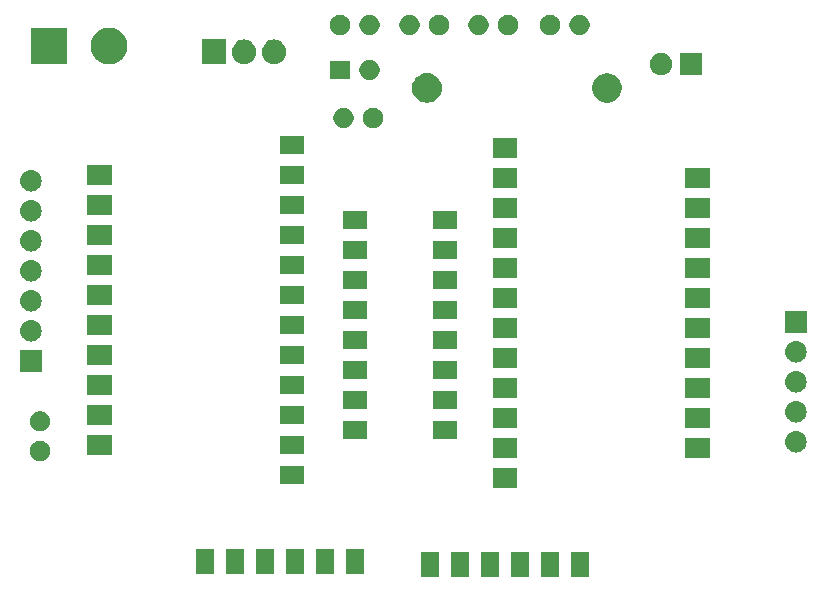
<source format=gbr>
G04 #@! TF.GenerationSoftware,KiCad,Pcbnew,(5.1.2)-2*
G04 #@! TF.CreationDate,2020-01-26T16:04:12+07:00*
G04 #@! TF.ProjectId,driver_motor,64726976-6572-45f6-9d6f-746f722e6b69,rev?*
G04 #@! TF.SameCoordinates,Original*
G04 #@! TF.FileFunction,Soldermask,Top*
G04 #@! TF.FilePolarity,Negative*
%FSLAX46Y46*%
G04 Gerber Fmt 4.6, Leading zero omitted, Abs format (unit mm)*
G04 Created by KiCad (PCBNEW (5.1.2)-2) date 2020-01-26 16:04:12*
%MOMM*%
%LPD*%
G04 APERTURE LIST*
%ADD10C,0.100000*%
G04 APERTURE END LIST*
D10*
G36*
X85333000Y-91983000D02*
G01*
X83831000Y-91983000D01*
X83831000Y-89881000D01*
X85333000Y-89881000D01*
X85333000Y-91983000D01*
X85333000Y-91983000D01*
G37*
G36*
X82793000Y-91983000D02*
G01*
X81291000Y-91983000D01*
X81291000Y-89881000D01*
X82793000Y-89881000D01*
X82793000Y-91983000D01*
X82793000Y-91983000D01*
G37*
G36*
X80253000Y-91983000D02*
G01*
X78751000Y-91983000D01*
X78751000Y-89881000D01*
X80253000Y-89881000D01*
X80253000Y-91983000D01*
X80253000Y-91983000D01*
G37*
G36*
X77713000Y-91983000D02*
G01*
X76211000Y-91983000D01*
X76211000Y-89881000D01*
X77713000Y-89881000D01*
X77713000Y-91983000D01*
X77713000Y-91983000D01*
G37*
G36*
X72633000Y-91983000D02*
G01*
X71131000Y-91983000D01*
X71131000Y-89881000D01*
X72633000Y-89881000D01*
X72633000Y-91983000D01*
X72633000Y-91983000D01*
G37*
G36*
X75173000Y-91983000D02*
G01*
X73671000Y-91983000D01*
X73671000Y-89881000D01*
X75173000Y-89881000D01*
X75173000Y-91983000D01*
X75173000Y-91983000D01*
G37*
G36*
X66283000Y-91729000D02*
G01*
X64781000Y-91729000D01*
X64781000Y-89627000D01*
X66283000Y-89627000D01*
X66283000Y-91729000D01*
X66283000Y-91729000D01*
G37*
G36*
X61203000Y-91729000D02*
G01*
X59701000Y-91729000D01*
X59701000Y-89627000D01*
X61203000Y-89627000D01*
X61203000Y-91729000D01*
X61203000Y-91729000D01*
G37*
G36*
X58663000Y-91729000D02*
G01*
X57161000Y-91729000D01*
X57161000Y-89627000D01*
X58663000Y-89627000D01*
X58663000Y-91729000D01*
X58663000Y-91729000D01*
G37*
G36*
X56123000Y-91729000D02*
G01*
X54621000Y-91729000D01*
X54621000Y-89627000D01*
X56123000Y-89627000D01*
X56123000Y-91729000D01*
X56123000Y-91729000D01*
G37*
G36*
X53583000Y-91729000D02*
G01*
X52081000Y-91729000D01*
X52081000Y-89627000D01*
X53583000Y-89627000D01*
X53583000Y-91729000D01*
X53583000Y-91729000D01*
G37*
G36*
X63743000Y-91729000D02*
G01*
X62241000Y-91729000D01*
X62241000Y-89627000D01*
X63743000Y-89627000D01*
X63743000Y-91729000D01*
X63743000Y-91729000D01*
G37*
G36*
X79283000Y-84417000D02*
G01*
X77181000Y-84417000D01*
X77181000Y-82715000D01*
X79283000Y-82715000D01*
X79283000Y-84417000D01*
X79283000Y-84417000D01*
G37*
G36*
X61249000Y-84063000D02*
G01*
X59147000Y-84063000D01*
X59147000Y-82561000D01*
X61249000Y-82561000D01*
X61249000Y-84063000D01*
X61249000Y-84063000D01*
G37*
G36*
X39110228Y-80461703D02*
G01*
X39265100Y-80525853D01*
X39404481Y-80618985D01*
X39523015Y-80737519D01*
X39616147Y-80876900D01*
X39680297Y-81031772D01*
X39713000Y-81196184D01*
X39713000Y-81363816D01*
X39680297Y-81528228D01*
X39616147Y-81683100D01*
X39523015Y-81822481D01*
X39404481Y-81941015D01*
X39265100Y-82034147D01*
X39110228Y-82098297D01*
X38945816Y-82131000D01*
X38778184Y-82131000D01*
X38613772Y-82098297D01*
X38458900Y-82034147D01*
X38319519Y-81941015D01*
X38200985Y-81822481D01*
X38107853Y-81683100D01*
X38043703Y-81528228D01*
X38011000Y-81363816D01*
X38011000Y-81196184D01*
X38043703Y-81031772D01*
X38107853Y-80876900D01*
X38200985Y-80737519D01*
X38319519Y-80618985D01*
X38458900Y-80525853D01*
X38613772Y-80461703D01*
X38778184Y-80429000D01*
X38945816Y-80429000D01*
X39110228Y-80461703D01*
X39110228Y-80461703D01*
G37*
G36*
X79283000Y-81877000D02*
G01*
X77181000Y-81877000D01*
X77181000Y-80175000D01*
X79283000Y-80175000D01*
X79283000Y-81877000D01*
X79283000Y-81877000D01*
G37*
G36*
X95583000Y-81877000D02*
G01*
X93481000Y-81877000D01*
X93481000Y-80175000D01*
X95583000Y-80175000D01*
X95583000Y-81877000D01*
X95583000Y-81877000D01*
G37*
G36*
X44949000Y-81623000D02*
G01*
X42847000Y-81623000D01*
X42847000Y-79921000D01*
X44949000Y-79921000D01*
X44949000Y-81623000D01*
X44949000Y-81623000D01*
G37*
G36*
X61249000Y-81523000D02*
G01*
X59147000Y-81523000D01*
X59147000Y-80021000D01*
X61249000Y-80021000D01*
X61249000Y-81523000D01*
X61249000Y-81523000D01*
G37*
G36*
X102980442Y-79623518D02*
G01*
X103046627Y-79630037D01*
X103216466Y-79681557D01*
X103372991Y-79765222D01*
X103408729Y-79794552D01*
X103510186Y-79877814D01*
X103593448Y-79979271D01*
X103622778Y-80015009D01*
X103706443Y-80171534D01*
X103757963Y-80341373D01*
X103775359Y-80518000D01*
X103757963Y-80694627D01*
X103706443Y-80864466D01*
X103622778Y-81020991D01*
X103613931Y-81031771D01*
X103510186Y-81158186D01*
X103408729Y-81241448D01*
X103372991Y-81270778D01*
X103216466Y-81354443D01*
X103046627Y-81405963D01*
X102980442Y-81412482D01*
X102914260Y-81419000D01*
X102825740Y-81419000D01*
X102759558Y-81412482D01*
X102693373Y-81405963D01*
X102523534Y-81354443D01*
X102367009Y-81270778D01*
X102331271Y-81241448D01*
X102229814Y-81158186D01*
X102126069Y-81031771D01*
X102117222Y-81020991D01*
X102033557Y-80864466D01*
X101982037Y-80694627D01*
X101964641Y-80518000D01*
X101982037Y-80341373D01*
X102033557Y-80171534D01*
X102117222Y-80015009D01*
X102146552Y-79979271D01*
X102229814Y-79877814D01*
X102331271Y-79794552D01*
X102367009Y-79765222D01*
X102523534Y-79681557D01*
X102693373Y-79630037D01*
X102759558Y-79623518D01*
X102825740Y-79617000D01*
X102914260Y-79617000D01*
X102980442Y-79623518D01*
X102980442Y-79623518D01*
G37*
G36*
X74203000Y-80253000D02*
G01*
X72101000Y-80253000D01*
X72101000Y-78751000D01*
X74203000Y-78751000D01*
X74203000Y-80253000D01*
X74203000Y-80253000D01*
G37*
G36*
X66583000Y-80253000D02*
G01*
X64481000Y-80253000D01*
X64481000Y-78751000D01*
X66583000Y-78751000D01*
X66583000Y-80253000D01*
X66583000Y-80253000D01*
G37*
G36*
X39110228Y-77961703D02*
G01*
X39265100Y-78025853D01*
X39404481Y-78118985D01*
X39523015Y-78237519D01*
X39616147Y-78376900D01*
X39680297Y-78531772D01*
X39713000Y-78696184D01*
X39713000Y-78863816D01*
X39680297Y-79028228D01*
X39616147Y-79183100D01*
X39523015Y-79322481D01*
X39404481Y-79441015D01*
X39265100Y-79534147D01*
X39110228Y-79598297D01*
X38945816Y-79631000D01*
X38778184Y-79631000D01*
X38613772Y-79598297D01*
X38458900Y-79534147D01*
X38319519Y-79441015D01*
X38200985Y-79322481D01*
X38107853Y-79183100D01*
X38043703Y-79028228D01*
X38011000Y-78863816D01*
X38011000Y-78696184D01*
X38043703Y-78531772D01*
X38107853Y-78376900D01*
X38200985Y-78237519D01*
X38319519Y-78118985D01*
X38458900Y-78025853D01*
X38613772Y-77961703D01*
X38778184Y-77929000D01*
X38945816Y-77929000D01*
X39110228Y-77961703D01*
X39110228Y-77961703D01*
G37*
G36*
X79283000Y-79337000D02*
G01*
X77181000Y-79337000D01*
X77181000Y-77635000D01*
X79283000Y-77635000D01*
X79283000Y-79337000D01*
X79283000Y-79337000D01*
G37*
G36*
X95583000Y-79337000D02*
G01*
X93481000Y-79337000D01*
X93481000Y-77635000D01*
X95583000Y-77635000D01*
X95583000Y-79337000D01*
X95583000Y-79337000D01*
G37*
G36*
X44949000Y-79083000D02*
G01*
X42847000Y-79083000D01*
X42847000Y-77381000D01*
X44949000Y-77381000D01*
X44949000Y-79083000D01*
X44949000Y-79083000D01*
G37*
G36*
X61249000Y-78983000D02*
G01*
X59147000Y-78983000D01*
X59147000Y-77481000D01*
X61249000Y-77481000D01*
X61249000Y-78983000D01*
X61249000Y-78983000D01*
G37*
G36*
X102980442Y-77083518D02*
G01*
X103046627Y-77090037D01*
X103216466Y-77141557D01*
X103372991Y-77225222D01*
X103408729Y-77254552D01*
X103510186Y-77337814D01*
X103593448Y-77439271D01*
X103622778Y-77475009D01*
X103706443Y-77631534D01*
X103757963Y-77801373D01*
X103775359Y-77978000D01*
X103757963Y-78154627D01*
X103706443Y-78324466D01*
X103622778Y-78480991D01*
X103593448Y-78516729D01*
X103510186Y-78618186D01*
X103408729Y-78701448D01*
X103372991Y-78730778D01*
X103216466Y-78814443D01*
X103046627Y-78865963D01*
X102980443Y-78872481D01*
X102914260Y-78879000D01*
X102825740Y-78879000D01*
X102759557Y-78872481D01*
X102693373Y-78865963D01*
X102523534Y-78814443D01*
X102367009Y-78730778D01*
X102331271Y-78701448D01*
X102229814Y-78618186D01*
X102146552Y-78516729D01*
X102117222Y-78480991D01*
X102033557Y-78324466D01*
X101982037Y-78154627D01*
X101964641Y-77978000D01*
X101982037Y-77801373D01*
X102033557Y-77631534D01*
X102117222Y-77475009D01*
X102146552Y-77439271D01*
X102229814Y-77337814D01*
X102331271Y-77254552D01*
X102367009Y-77225222D01*
X102523534Y-77141557D01*
X102693373Y-77090037D01*
X102759558Y-77083518D01*
X102825740Y-77077000D01*
X102914260Y-77077000D01*
X102980442Y-77083518D01*
X102980442Y-77083518D01*
G37*
G36*
X66583000Y-77713000D02*
G01*
X64481000Y-77713000D01*
X64481000Y-76211000D01*
X66583000Y-76211000D01*
X66583000Y-77713000D01*
X66583000Y-77713000D01*
G37*
G36*
X74203000Y-77713000D02*
G01*
X72101000Y-77713000D01*
X72101000Y-76211000D01*
X74203000Y-76211000D01*
X74203000Y-77713000D01*
X74203000Y-77713000D01*
G37*
G36*
X79283000Y-76797000D02*
G01*
X77181000Y-76797000D01*
X77181000Y-75095000D01*
X79283000Y-75095000D01*
X79283000Y-76797000D01*
X79283000Y-76797000D01*
G37*
G36*
X95583000Y-76797000D02*
G01*
X93481000Y-76797000D01*
X93481000Y-75095000D01*
X95583000Y-75095000D01*
X95583000Y-76797000D01*
X95583000Y-76797000D01*
G37*
G36*
X44949000Y-76543000D02*
G01*
X42847000Y-76543000D01*
X42847000Y-74841000D01*
X44949000Y-74841000D01*
X44949000Y-76543000D01*
X44949000Y-76543000D01*
G37*
G36*
X61249000Y-76443000D02*
G01*
X59147000Y-76443000D01*
X59147000Y-74941000D01*
X61249000Y-74941000D01*
X61249000Y-76443000D01*
X61249000Y-76443000D01*
G37*
G36*
X102980443Y-74543519D02*
G01*
X103046627Y-74550037D01*
X103216466Y-74601557D01*
X103372991Y-74685222D01*
X103408729Y-74714552D01*
X103510186Y-74797814D01*
X103593448Y-74899271D01*
X103622778Y-74935009D01*
X103706443Y-75091534D01*
X103757963Y-75261373D01*
X103775359Y-75438000D01*
X103757963Y-75614627D01*
X103706443Y-75784466D01*
X103622778Y-75940991D01*
X103593448Y-75976729D01*
X103510186Y-76078186D01*
X103408729Y-76161448D01*
X103372991Y-76190778D01*
X103216466Y-76274443D01*
X103046627Y-76325963D01*
X102980442Y-76332482D01*
X102914260Y-76339000D01*
X102825740Y-76339000D01*
X102759558Y-76332482D01*
X102693373Y-76325963D01*
X102523534Y-76274443D01*
X102367009Y-76190778D01*
X102331271Y-76161448D01*
X102229814Y-76078186D01*
X102146552Y-75976729D01*
X102117222Y-75940991D01*
X102033557Y-75784466D01*
X101982037Y-75614627D01*
X101964641Y-75438000D01*
X101982037Y-75261373D01*
X102033557Y-75091534D01*
X102117222Y-74935009D01*
X102146552Y-74899271D01*
X102229814Y-74797814D01*
X102331271Y-74714552D01*
X102367009Y-74685222D01*
X102523534Y-74601557D01*
X102693373Y-74550037D01*
X102759557Y-74543519D01*
X102825740Y-74537000D01*
X102914260Y-74537000D01*
X102980443Y-74543519D01*
X102980443Y-74543519D01*
G37*
G36*
X74203000Y-75173000D02*
G01*
X72101000Y-75173000D01*
X72101000Y-73671000D01*
X74203000Y-73671000D01*
X74203000Y-75173000D01*
X74203000Y-75173000D01*
G37*
G36*
X66583000Y-75173000D02*
G01*
X64481000Y-75173000D01*
X64481000Y-73671000D01*
X66583000Y-73671000D01*
X66583000Y-75173000D01*
X66583000Y-75173000D01*
G37*
G36*
X39001000Y-74561000D02*
G01*
X37199000Y-74561000D01*
X37199000Y-72759000D01*
X39001000Y-72759000D01*
X39001000Y-74561000D01*
X39001000Y-74561000D01*
G37*
G36*
X79283000Y-74257000D02*
G01*
X77181000Y-74257000D01*
X77181000Y-72555000D01*
X79283000Y-72555000D01*
X79283000Y-74257000D01*
X79283000Y-74257000D01*
G37*
G36*
X95583000Y-74257000D02*
G01*
X93481000Y-74257000D01*
X93481000Y-72555000D01*
X95583000Y-72555000D01*
X95583000Y-74257000D01*
X95583000Y-74257000D01*
G37*
G36*
X44949000Y-74003000D02*
G01*
X42847000Y-74003000D01*
X42847000Y-72301000D01*
X44949000Y-72301000D01*
X44949000Y-74003000D01*
X44949000Y-74003000D01*
G37*
G36*
X61249000Y-73903000D02*
G01*
X59147000Y-73903000D01*
X59147000Y-72401000D01*
X61249000Y-72401000D01*
X61249000Y-73903000D01*
X61249000Y-73903000D01*
G37*
G36*
X102980443Y-72003519D02*
G01*
X103046627Y-72010037D01*
X103216466Y-72061557D01*
X103372991Y-72145222D01*
X103408729Y-72174552D01*
X103510186Y-72257814D01*
X103593448Y-72359271D01*
X103622778Y-72395009D01*
X103706443Y-72551534D01*
X103757963Y-72721373D01*
X103775359Y-72898000D01*
X103757963Y-73074627D01*
X103706443Y-73244466D01*
X103622778Y-73400991D01*
X103593448Y-73436729D01*
X103510186Y-73538186D01*
X103408729Y-73621448D01*
X103372991Y-73650778D01*
X103216466Y-73734443D01*
X103046627Y-73785963D01*
X102980443Y-73792481D01*
X102914260Y-73799000D01*
X102825740Y-73799000D01*
X102759557Y-73792481D01*
X102693373Y-73785963D01*
X102523534Y-73734443D01*
X102367009Y-73650778D01*
X102331271Y-73621448D01*
X102229814Y-73538186D01*
X102146552Y-73436729D01*
X102117222Y-73400991D01*
X102033557Y-73244466D01*
X101982037Y-73074627D01*
X101964641Y-72898000D01*
X101982037Y-72721373D01*
X102033557Y-72551534D01*
X102117222Y-72395009D01*
X102146552Y-72359271D01*
X102229814Y-72257814D01*
X102331271Y-72174552D01*
X102367009Y-72145222D01*
X102523534Y-72061557D01*
X102693373Y-72010037D01*
X102759557Y-72003519D01*
X102825740Y-71997000D01*
X102914260Y-71997000D01*
X102980443Y-72003519D01*
X102980443Y-72003519D01*
G37*
G36*
X66583000Y-72633000D02*
G01*
X64481000Y-72633000D01*
X64481000Y-71131000D01*
X66583000Y-71131000D01*
X66583000Y-72633000D01*
X66583000Y-72633000D01*
G37*
G36*
X74203000Y-72633000D02*
G01*
X72101000Y-72633000D01*
X72101000Y-71131000D01*
X74203000Y-71131000D01*
X74203000Y-72633000D01*
X74203000Y-72633000D01*
G37*
G36*
X38210442Y-70225518D02*
G01*
X38276627Y-70232037D01*
X38446466Y-70283557D01*
X38602991Y-70367222D01*
X38638729Y-70396552D01*
X38740186Y-70479814D01*
X38823448Y-70581271D01*
X38852778Y-70617009D01*
X38936443Y-70773534D01*
X38987963Y-70943373D01*
X39005359Y-71120000D01*
X38987963Y-71296627D01*
X38936443Y-71466466D01*
X38852778Y-71622991D01*
X38823448Y-71658729D01*
X38740186Y-71760186D01*
X38638729Y-71843448D01*
X38602991Y-71872778D01*
X38446466Y-71956443D01*
X38276627Y-72007963D01*
X38210443Y-72014481D01*
X38144260Y-72021000D01*
X38055740Y-72021000D01*
X37989557Y-72014481D01*
X37923373Y-72007963D01*
X37753534Y-71956443D01*
X37597009Y-71872778D01*
X37561271Y-71843448D01*
X37459814Y-71760186D01*
X37376552Y-71658729D01*
X37347222Y-71622991D01*
X37263557Y-71466466D01*
X37212037Y-71296627D01*
X37194641Y-71120000D01*
X37212037Y-70943373D01*
X37263557Y-70773534D01*
X37347222Y-70617009D01*
X37376552Y-70581271D01*
X37459814Y-70479814D01*
X37561271Y-70396552D01*
X37597009Y-70367222D01*
X37753534Y-70283557D01*
X37923373Y-70232037D01*
X37989558Y-70225518D01*
X38055740Y-70219000D01*
X38144260Y-70219000D01*
X38210442Y-70225518D01*
X38210442Y-70225518D01*
G37*
G36*
X79283000Y-71717000D02*
G01*
X77181000Y-71717000D01*
X77181000Y-70015000D01*
X79283000Y-70015000D01*
X79283000Y-71717000D01*
X79283000Y-71717000D01*
G37*
G36*
X95583000Y-71717000D02*
G01*
X93481000Y-71717000D01*
X93481000Y-70015000D01*
X95583000Y-70015000D01*
X95583000Y-71717000D01*
X95583000Y-71717000D01*
G37*
G36*
X44949000Y-71463000D02*
G01*
X42847000Y-71463000D01*
X42847000Y-69761000D01*
X44949000Y-69761000D01*
X44949000Y-71463000D01*
X44949000Y-71463000D01*
G37*
G36*
X61249000Y-71363000D02*
G01*
X59147000Y-71363000D01*
X59147000Y-69861000D01*
X61249000Y-69861000D01*
X61249000Y-71363000D01*
X61249000Y-71363000D01*
G37*
G36*
X103771000Y-71259000D02*
G01*
X101969000Y-71259000D01*
X101969000Y-69457000D01*
X103771000Y-69457000D01*
X103771000Y-71259000D01*
X103771000Y-71259000D01*
G37*
G36*
X66583000Y-70093000D02*
G01*
X64481000Y-70093000D01*
X64481000Y-68591000D01*
X66583000Y-68591000D01*
X66583000Y-70093000D01*
X66583000Y-70093000D01*
G37*
G36*
X74203000Y-70093000D02*
G01*
X72101000Y-70093000D01*
X72101000Y-68591000D01*
X74203000Y-68591000D01*
X74203000Y-70093000D01*
X74203000Y-70093000D01*
G37*
G36*
X38210443Y-67685519D02*
G01*
X38276627Y-67692037D01*
X38446466Y-67743557D01*
X38602991Y-67827222D01*
X38638729Y-67856552D01*
X38740186Y-67939814D01*
X38823448Y-68041271D01*
X38852778Y-68077009D01*
X38936443Y-68233534D01*
X38987963Y-68403373D01*
X39005359Y-68580000D01*
X38987963Y-68756627D01*
X38936443Y-68926466D01*
X38852778Y-69082991D01*
X38823448Y-69118729D01*
X38740186Y-69220186D01*
X38638729Y-69303448D01*
X38602991Y-69332778D01*
X38446466Y-69416443D01*
X38276627Y-69467963D01*
X38210442Y-69474482D01*
X38144260Y-69481000D01*
X38055740Y-69481000D01*
X37989558Y-69474482D01*
X37923373Y-69467963D01*
X37753534Y-69416443D01*
X37597009Y-69332778D01*
X37561271Y-69303448D01*
X37459814Y-69220186D01*
X37376552Y-69118729D01*
X37347222Y-69082991D01*
X37263557Y-68926466D01*
X37212037Y-68756627D01*
X37194641Y-68580000D01*
X37212037Y-68403373D01*
X37263557Y-68233534D01*
X37347222Y-68077009D01*
X37376552Y-68041271D01*
X37459814Y-67939814D01*
X37561271Y-67856552D01*
X37597009Y-67827222D01*
X37753534Y-67743557D01*
X37923373Y-67692037D01*
X37989557Y-67685519D01*
X38055740Y-67679000D01*
X38144260Y-67679000D01*
X38210443Y-67685519D01*
X38210443Y-67685519D01*
G37*
G36*
X79283000Y-69177000D02*
G01*
X77181000Y-69177000D01*
X77181000Y-67475000D01*
X79283000Y-67475000D01*
X79283000Y-69177000D01*
X79283000Y-69177000D01*
G37*
G36*
X95583000Y-69177000D02*
G01*
X93481000Y-69177000D01*
X93481000Y-67475000D01*
X95583000Y-67475000D01*
X95583000Y-69177000D01*
X95583000Y-69177000D01*
G37*
G36*
X44949000Y-68923000D02*
G01*
X42847000Y-68923000D01*
X42847000Y-67221000D01*
X44949000Y-67221000D01*
X44949000Y-68923000D01*
X44949000Y-68923000D01*
G37*
G36*
X61249000Y-68823000D02*
G01*
X59147000Y-68823000D01*
X59147000Y-67321000D01*
X61249000Y-67321000D01*
X61249000Y-68823000D01*
X61249000Y-68823000D01*
G37*
G36*
X74203000Y-67553000D02*
G01*
X72101000Y-67553000D01*
X72101000Y-66051000D01*
X74203000Y-66051000D01*
X74203000Y-67553000D01*
X74203000Y-67553000D01*
G37*
G36*
X66583000Y-67553000D02*
G01*
X64481000Y-67553000D01*
X64481000Y-66051000D01*
X66583000Y-66051000D01*
X66583000Y-67553000D01*
X66583000Y-67553000D01*
G37*
G36*
X38210442Y-65145518D02*
G01*
X38276627Y-65152037D01*
X38446466Y-65203557D01*
X38602991Y-65287222D01*
X38638729Y-65316552D01*
X38740186Y-65399814D01*
X38823448Y-65501271D01*
X38852778Y-65537009D01*
X38936443Y-65693534D01*
X38987963Y-65863373D01*
X39005359Y-66040000D01*
X38987963Y-66216627D01*
X38936443Y-66386466D01*
X38852778Y-66542991D01*
X38823448Y-66578729D01*
X38740186Y-66680186D01*
X38638729Y-66763448D01*
X38602991Y-66792778D01*
X38446466Y-66876443D01*
X38276627Y-66927963D01*
X38210442Y-66934482D01*
X38144260Y-66941000D01*
X38055740Y-66941000D01*
X37989558Y-66934482D01*
X37923373Y-66927963D01*
X37753534Y-66876443D01*
X37597009Y-66792778D01*
X37561271Y-66763448D01*
X37459814Y-66680186D01*
X37376552Y-66578729D01*
X37347222Y-66542991D01*
X37263557Y-66386466D01*
X37212037Y-66216627D01*
X37194641Y-66040000D01*
X37212037Y-65863373D01*
X37263557Y-65693534D01*
X37347222Y-65537009D01*
X37376552Y-65501271D01*
X37459814Y-65399814D01*
X37561271Y-65316552D01*
X37597009Y-65287222D01*
X37753534Y-65203557D01*
X37923373Y-65152037D01*
X37989558Y-65145518D01*
X38055740Y-65139000D01*
X38144260Y-65139000D01*
X38210442Y-65145518D01*
X38210442Y-65145518D01*
G37*
G36*
X79283000Y-66637000D02*
G01*
X77181000Y-66637000D01*
X77181000Y-64935000D01*
X79283000Y-64935000D01*
X79283000Y-66637000D01*
X79283000Y-66637000D01*
G37*
G36*
X95583000Y-66637000D02*
G01*
X93481000Y-66637000D01*
X93481000Y-64935000D01*
X95583000Y-64935000D01*
X95583000Y-66637000D01*
X95583000Y-66637000D01*
G37*
G36*
X44949000Y-66383000D02*
G01*
X42847000Y-66383000D01*
X42847000Y-64681000D01*
X44949000Y-64681000D01*
X44949000Y-66383000D01*
X44949000Y-66383000D01*
G37*
G36*
X61249000Y-66283000D02*
G01*
X59147000Y-66283000D01*
X59147000Y-64781000D01*
X61249000Y-64781000D01*
X61249000Y-66283000D01*
X61249000Y-66283000D01*
G37*
G36*
X74203000Y-65013000D02*
G01*
X72101000Y-65013000D01*
X72101000Y-63511000D01*
X74203000Y-63511000D01*
X74203000Y-65013000D01*
X74203000Y-65013000D01*
G37*
G36*
X66583000Y-65013000D02*
G01*
X64481000Y-65013000D01*
X64481000Y-63511000D01*
X66583000Y-63511000D01*
X66583000Y-65013000D01*
X66583000Y-65013000D01*
G37*
G36*
X38210442Y-62605518D02*
G01*
X38276627Y-62612037D01*
X38446466Y-62663557D01*
X38602991Y-62747222D01*
X38638729Y-62776552D01*
X38740186Y-62859814D01*
X38823448Y-62961271D01*
X38852778Y-62997009D01*
X38936443Y-63153534D01*
X38987963Y-63323373D01*
X39005359Y-63500000D01*
X38987963Y-63676627D01*
X38936443Y-63846466D01*
X38852778Y-64002991D01*
X38823448Y-64038729D01*
X38740186Y-64140186D01*
X38638729Y-64223448D01*
X38602991Y-64252778D01*
X38446466Y-64336443D01*
X38276627Y-64387963D01*
X38210442Y-64394482D01*
X38144260Y-64401000D01*
X38055740Y-64401000D01*
X37989558Y-64394482D01*
X37923373Y-64387963D01*
X37753534Y-64336443D01*
X37597009Y-64252778D01*
X37561271Y-64223448D01*
X37459814Y-64140186D01*
X37376552Y-64038729D01*
X37347222Y-64002991D01*
X37263557Y-63846466D01*
X37212037Y-63676627D01*
X37194641Y-63500000D01*
X37212037Y-63323373D01*
X37263557Y-63153534D01*
X37347222Y-62997009D01*
X37376552Y-62961271D01*
X37459814Y-62859814D01*
X37561271Y-62776552D01*
X37597009Y-62747222D01*
X37753534Y-62663557D01*
X37923373Y-62612037D01*
X37989558Y-62605518D01*
X38055740Y-62599000D01*
X38144260Y-62599000D01*
X38210442Y-62605518D01*
X38210442Y-62605518D01*
G37*
G36*
X95583000Y-64097000D02*
G01*
X93481000Y-64097000D01*
X93481000Y-62395000D01*
X95583000Y-62395000D01*
X95583000Y-64097000D01*
X95583000Y-64097000D01*
G37*
G36*
X79283000Y-64097000D02*
G01*
X77181000Y-64097000D01*
X77181000Y-62395000D01*
X79283000Y-62395000D01*
X79283000Y-64097000D01*
X79283000Y-64097000D01*
G37*
G36*
X44949000Y-63843000D02*
G01*
X42847000Y-63843000D01*
X42847000Y-62141000D01*
X44949000Y-62141000D01*
X44949000Y-63843000D01*
X44949000Y-63843000D01*
G37*
G36*
X61249000Y-63743000D02*
G01*
X59147000Y-63743000D01*
X59147000Y-62241000D01*
X61249000Y-62241000D01*
X61249000Y-63743000D01*
X61249000Y-63743000D01*
G37*
G36*
X74203000Y-62473000D02*
G01*
X72101000Y-62473000D01*
X72101000Y-60971000D01*
X74203000Y-60971000D01*
X74203000Y-62473000D01*
X74203000Y-62473000D01*
G37*
G36*
X66583000Y-62473000D02*
G01*
X64481000Y-62473000D01*
X64481000Y-60971000D01*
X66583000Y-60971000D01*
X66583000Y-62473000D01*
X66583000Y-62473000D01*
G37*
G36*
X38210442Y-60065518D02*
G01*
X38276627Y-60072037D01*
X38446466Y-60123557D01*
X38602991Y-60207222D01*
X38638729Y-60236552D01*
X38740186Y-60319814D01*
X38823448Y-60421271D01*
X38852778Y-60457009D01*
X38936443Y-60613534D01*
X38987963Y-60783373D01*
X39005359Y-60960000D01*
X38987963Y-61136627D01*
X38936443Y-61306466D01*
X38852778Y-61462991D01*
X38823448Y-61498729D01*
X38740186Y-61600186D01*
X38638729Y-61683448D01*
X38602991Y-61712778D01*
X38446466Y-61796443D01*
X38276627Y-61847963D01*
X38210443Y-61854481D01*
X38144260Y-61861000D01*
X38055740Y-61861000D01*
X37989557Y-61854481D01*
X37923373Y-61847963D01*
X37753534Y-61796443D01*
X37597009Y-61712778D01*
X37561271Y-61683448D01*
X37459814Y-61600186D01*
X37376552Y-61498729D01*
X37347222Y-61462991D01*
X37263557Y-61306466D01*
X37212037Y-61136627D01*
X37194641Y-60960000D01*
X37212037Y-60783373D01*
X37263557Y-60613534D01*
X37347222Y-60457009D01*
X37376552Y-60421271D01*
X37459814Y-60319814D01*
X37561271Y-60236552D01*
X37597009Y-60207222D01*
X37753534Y-60123557D01*
X37923373Y-60072037D01*
X37989558Y-60065518D01*
X38055740Y-60059000D01*
X38144260Y-60059000D01*
X38210442Y-60065518D01*
X38210442Y-60065518D01*
G37*
G36*
X79283000Y-61557000D02*
G01*
X77181000Y-61557000D01*
X77181000Y-59855000D01*
X79283000Y-59855000D01*
X79283000Y-61557000D01*
X79283000Y-61557000D01*
G37*
G36*
X95583000Y-61557000D02*
G01*
X93481000Y-61557000D01*
X93481000Y-59855000D01*
X95583000Y-59855000D01*
X95583000Y-61557000D01*
X95583000Y-61557000D01*
G37*
G36*
X44949000Y-61303000D02*
G01*
X42847000Y-61303000D01*
X42847000Y-59601000D01*
X44949000Y-59601000D01*
X44949000Y-61303000D01*
X44949000Y-61303000D01*
G37*
G36*
X61249000Y-61203000D02*
G01*
X59147000Y-61203000D01*
X59147000Y-59701000D01*
X61249000Y-59701000D01*
X61249000Y-61203000D01*
X61249000Y-61203000D01*
G37*
G36*
X38210443Y-57525519D02*
G01*
X38276627Y-57532037D01*
X38446466Y-57583557D01*
X38602991Y-57667222D01*
X38638729Y-57696552D01*
X38740186Y-57779814D01*
X38823448Y-57881271D01*
X38852778Y-57917009D01*
X38936443Y-58073534D01*
X38987963Y-58243373D01*
X39005359Y-58420000D01*
X38987963Y-58596627D01*
X38936443Y-58766466D01*
X38852778Y-58922991D01*
X38823448Y-58958729D01*
X38740186Y-59060186D01*
X38638729Y-59143448D01*
X38602991Y-59172778D01*
X38446466Y-59256443D01*
X38276627Y-59307963D01*
X38210442Y-59314482D01*
X38144260Y-59321000D01*
X38055740Y-59321000D01*
X37989558Y-59314482D01*
X37923373Y-59307963D01*
X37753534Y-59256443D01*
X37597009Y-59172778D01*
X37561271Y-59143448D01*
X37459814Y-59060186D01*
X37376552Y-58958729D01*
X37347222Y-58922991D01*
X37263557Y-58766466D01*
X37212037Y-58596627D01*
X37194641Y-58420000D01*
X37212037Y-58243373D01*
X37263557Y-58073534D01*
X37347222Y-57917009D01*
X37376552Y-57881271D01*
X37459814Y-57779814D01*
X37561271Y-57696552D01*
X37597009Y-57667222D01*
X37753534Y-57583557D01*
X37923373Y-57532037D01*
X37989557Y-57525519D01*
X38055740Y-57519000D01*
X38144260Y-57519000D01*
X38210443Y-57525519D01*
X38210443Y-57525519D01*
G37*
G36*
X79283000Y-59017000D02*
G01*
X77181000Y-59017000D01*
X77181000Y-57315000D01*
X79283000Y-57315000D01*
X79283000Y-59017000D01*
X79283000Y-59017000D01*
G37*
G36*
X95583000Y-59017000D02*
G01*
X93481000Y-59017000D01*
X93481000Y-57315000D01*
X95583000Y-57315000D01*
X95583000Y-59017000D01*
X95583000Y-59017000D01*
G37*
G36*
X44949000Y-58763000D02*
G01*
X42847000Y-58763000D01*
X42847000Y-57061000D01*
X44949000Y-57061000D01*
X44949000Y-58763000D01*
X44949000Y-58763000D01*
G37*
G36*
X61249000Y-58663000D02*
G01*
X59147000Y-58663000D01*
X59147000Y-57161000D01*
X61249000Y-57161000D01*
X61249000Y-58663000D01*
X61249000Y-58663000D01*
G37*
G36*
X79283000Y-56477000D02*
G01*
X77181000Y-56477000D01*
X77181000Y-54775000D01*
X79283000Y-54775000D01*
X79283000Y-56477000D01*
X79283000Y-56477000D01*
G37*
G36*
X61249000Y-56123000D02*
G01*
X59147000Y-56123000D01*
X59147000Y-54621000D01*
X61249000Y-54621000D01*
X61249000Y-56123000D01*
X61249000Y-56123000D01*
G37*
G36*
X64804228Y-52267703D02*
G01*
X64959100Y-52331853D01*
X65098481Y-52424985D01*
X65217015Y-52543519D01*
X65310147Y-52682900D01*
X65374297Y-52837772D01*
X65407000Y-53002184D01*
X65407000Y-53169816D01*
X65374297Y-53334228D01*
X65310147Y-53489100D01*
X65217015Y-53628481D01*
X65098481Y-53747015D01*
X64959100Y-53840147D01*
X64804228Y-53904297D01*
X64639816Y-53937000D01*
X64472184Y-53937000D01*
X64307772Y-53904297D01*
X64152900Y-53840147D01*
X64013519Y-53747015D01*
X63894985Y-53628481D01*
X63801853Y-53489100D01*
X63737703Y-53334228D01*
X63705000Y-53169816D01*
X63705000Y-53002184D01*
X63737703Y-52837772D01*
X63801853Y-52682900D01*
X63894985Y-52543519D01*
X64013519Y-52424985D01*
X64152900Y-52331853D01*
X64307772Y-52267703D01*
X64472184Y-52235000D01*
X64639816Y-52235000D01*
X64804228Y-52267703D01*
X64804228Y-52267703D01*
G37*
G36*
X67304228Y-52267703D02*
G01*
X67459100Y-52331853D01*
X67598481Y-52424985D01*
X67717015Y-52543519D01*
X67810147Y-52682900D01*
X67874297Y-52837772D01*
X67907000Y-53002184D01*
X67907000Y-53169816D01*
X67874297Y-53334228D01*
X67810147Y-53489100D01*
X67717015Y-53628481D01*
X67598481Y-53747015D01*
X67459100Y-53840147D01*
X67304228Y-53904297D01*
X67139816Y-53937000D01*
X66972184Y-53937000D01*
X66807772Y-53904297D01*
X66652900Y-53840147D01*
X66513519Y-53747015D01*
X66394985Y-53628481D01*
X66301853Y-53489100D01*
X66237703Y-53334228D01*
X66205000Y-53169816D01*
X66205000Y-53002184D01*
X66237703Y-52837772D01*
X66301853Y-52682900D01*
X66394985Y-52543519D01*
X66513519Y-52424985D01*
X66652900Y-52331853D01*
X66807772Y-52267703D01*
X66972184Y-52235000D01*
X67139816Y-52235000D01*
X67304228Y-52267703D01*
X67304228Y-52267703D01*
G37*
G36*
X71873239Y-49313101D02*
G01*
X72109053Y-49384634D01*
X72326381Y-49500799D01*
X72516871Y-49657129D01*
X72673201Y-49847619D01*
X72789366Y-50064947D01*
X72860899Y-50300761D01*
X72885053Y-50546000D01*
X72860899Y-50791239D01*
X72789366Y-51027053D01*
X72673201Y-51244381D01*
X72516871Y-51434871D01*
X72326381Y-51591201D01*
X72109053Y-51707366D01*
X71873239Y-51778899D01*
X71689457Y-51797000D01*
X71566543Y-51797000D01*
X71382761Y-51778899D01*
X71146947Y-51707366D01*
X70929619Y-51591201D01*
X70739129Y-51434871D01*
X70582799Y-51244381D01*
X70466634Y-51027053D01*
X70395101Y-50791239D01*
X70370947Y-50546000D01*
X70395101Y-50300761D01*
X70466634Y-50064947D01*
X70582799Y-49847619D01*
X70739129Y-49657129D01*
X70929619Y-49500799D01*
X71146947Y-49384634D01*
X71382761Y-49313101D01*
X71566543Y-49295000D01*
X71689457Y-49295000D01*
X71873239Y-49313101D01*
X71873239Y-49313101D01*
G37*
G36*
X87232903Y-49343075D02*
G01*
X87430930Y-49425100D01*
X87460571Y-49437378D01*
X87665466Y-49574285D01*
X87839715Y-49748534D01*
X87976622Y-49953429D01*
X88070925Y-50181097D01*
X88119000Y-50422787D01*
X88119000Y-50669213D01*
X88070925Y-50910903D01*
X87976622Y-51138571D01*
X87839715Y-51343466D01*
X87665466Y-51517715D01*
X87460571Y-51654622D01*
X87460570Y-51654623D01*
X87460569Y-51654623D01*
X87232903Y-51748925D01*
X86991214Y-51797000D01*
X86744786Y-51797000D01*
X86503097Y-51748925D01*
X86275431Y-51654623D01*
X86275430Y-51654623D01*
X86275429Y-51654622D01*
X86070534Y-51517715D01*
X85896285Y-51343466D01*
X85759378Y-51138571D01*
X85665075Y-50910903D01*
X85617000Y-50669213D01*
X85617000Y-50422787D01*
X85665075Y-50181097D01*
X85759378Y-49953429D01*
X85896285Y-49748534D01*
X86070534Y-49574285D01*
X86275429Y-49437378D01*
X86305071Y-49425100D01*
X86503097Y-49343075D01*
X86744786Y-49295000D01*
X86991214Y-49295000D01*
X87232903Y-49343075D01*
X87232903Y-49343075D01*
G37*
G36*
X67010228Y-48203703D02*
G01*
X67165100Y-48267853D01*
X67304481Y-48360985D01*
X67423015Y-48479519D01*
X67516147Y-48618900D01*
X67580297Y-48773772D01*
X67613000Y-48938184D01*
X67613000Y-49105816D01*
X67580297Y-49270228D01*
X67516147Y-49425100D01*
X67423015Y-49564481D01*
X67304481Y-49683015D01*
X67165100Y-49776147D01*
X67010228Y-49840297D01*
X66845816Y-49873000D01*
X66678184Y-49873000D01*
X66513772Y-49840297D01*
X66358900Y-49776147D01*
X66219519Y-49683015D01*
X66100985Y-49564481D01*
X66007853Y-49425100D01*
X65943703Y-49270228D01*
X65911000Y-49105816D01*
X65911000Y-48938184D01*
X65943703Y-48773772D01*
X66007853Y-48618900D01*
X66100985Y-48479519D01*
X66219519Y-48360985D01*
X66358900Y-48267853D01*
X66513772Y-48203703D01*
X66678184Y-48171000D01*
X66845816Y-48171000D01*
X67010228Y-48203703D01*
X67010228Y-48203703D01*
G37*
G36*
X65113000Y-49773000D02*
G01*
X63411000Y-49773000D01*
X63411000Y-48271000D01*
X65113000Y-48271000D01*
X65113000Y-49773000D01*
X65113000Y-49773000D01*
G37*
G36*
X91717395Y-47599546D02*
G01*
X91890466Y-47671234D01*
X91890467Y-47671235D01*
X92046227Y-47775310D01*
X92178690Y-47907773D01*
X92226084Y-47978704D01*
X92282766Y-48063534D01*
X92354454Y-48236605D01*
X92391000Y-48420333D01*
X92391000Y-48607667D01*
X92354454Y-48791395D01*
X92282766Y-48964466D01*
X92282765Y-48964467D01*
X92178690Y-49120227D01*
X92046227Y-49252690D01*
X92019979Y-49270228D01*
X91890466Y-49356766D01*
X91717395Y-49428454D01*
X91533667Y-49465000D01*
X91346333Y-49465000D01*
X91162605Y-49428454D01*
X90989534Y-49356766D01*
X90860021Y-49270228D01*
X90833773Y-49252690D01*
X90701310Y-49120227D01*
X90597235Y-48964467D01*
X90597234Y-48964466D01*
X90525546Y-48791395D01*
X90489000Y-48607667D01*
X90489000Y-48420333D01*
X90525546Y-48236605D01*
X90597234Y-48063534D01*
X90653916Y-47978704D01*
X90701310Y-47907773D01*
X90833773Y-47775310D01*
X90989533Y-47671235D01*
X90989534Y-47671234D01*
X91162605Y-47599546D01*
X91346333Y-47563000D01*
X91533667Y-47563000D01*
X91717395Y-47599546D01*
X91717395Y-47599546D01*
G37*
G36*
X94931000Y-49465000D02*
G01*
X93029000Y-49465000D01*
X93029000Y-47563000D01*
X94931000Y-47563000D01*
X94931000Y-49465000D01*
X94931000Y-49465000D01*
G37*
G36*
X58870719Y-46461520D02*
G01*
X59059880Y-46518901D01*
X59059883Y-46518902D01*
X59094847Y-46537591D01*
X59234212Y-46612083D01*
X59387015Y-46737485D01*
X59512417Y-46890288D01*
X59605599Y-47064619D01*
X59662980Y-47253780D01*
X59677500Y-47401206D01*
X59677500Y-47594793D01*
X59662980Y-47742219D01*
X59652942Y-47775309D01*
X59605598Y-47931383D01*
X59556182Y-48023833D01*
X59512417Y-48105712D01*
X59387015Y-48258515D01*
X59234212Y-48383917D01*
X59059881Y-48477099D01*
X58870720Y-48534480D01*
X58674000Y-48553855D01*
X58477281Y-48534480D01*
X58288120Y-48477099D01*
X58113788Y-48383917D01*
X57960985Y-48258515D01*
X57835583Y-48105712D01*
X57742401Y-47931381D01*
X57685020Y-47742220D01*
X57670500Y-47594794D01*
X57670500Y-47401207D01*
X57685020Y-47253781D01*
X57742401Y-47064620D01*
X57742402Y-47064617D01*
X57791818Y-46972167D01*
X57835583Y-46890288D01*
X57960985Y-46737485D01*
X58113788Y-46612083D01*
X58288119Y-46518901D01*
X58477280Y-46461520D01*
X58674000Y-46442145D01*
X58870719Y-46461520D01*
X58870719Y-46461520D01*
G37*
G36*
X56330719Y-46461520D02*
G01*
X56519880Y-46518901D01*
X56519883Y-46518902D01*
X56554847Y-46537591D01*
X56694212Y-46612083D01*
X56847015Y-46737485D01*
X56972417Y-46890288D01*
X57065599Y-47064619D01*
X57122980Y-47253780D01*
X57137500Y-47401206D01*
X57137500Y-47594793D01*
X57122980Y-47742219D01*
X57112942Y-47775309D01*
X57065598Y-47931383D01*
X57016182Y-48023833D01*
X56972417Y-48105712D01*
X56847015Y-48258515D01*
X56694212Y-48383917D01*
X56519881Y-48477099D01*
X56330720Y-48534480D01*
X56134000Y-48553855D01*
X55937281Y-48534480D01*
X55748120Y-48477099D01*
X55573788Y-48383917D01*
X55420985Y-48258515D01*
X55295583Y-48105712D01*
X55202401Y-47931381D01*
X55145020Y-47742220D01*
X55130500Y-47594794D01*
X55130500Y-47401207D01*
X55145020Y-47253781D01*
X55202401Y-47064620D01*
X55202402Y-47064617D01*
X55251818Y-46972167D01*
X55295583Y-46890288D01*
X55420985Y-46737485D01*
X55573788Y-46612083D01*
X55748119Y-46518901D01*
X55937280Y-46461520D01*
X56134000Y-46442145D01*
X56330719Y-46461520D01*
X56330719Y-46461520D01*
G37*
G36*
X54597500Y-48549000D02*
G01*
X52590500Y-48549000D01*
X52590500Y-46447000D01*
X54597500Y-46447000D01*
X54597500Y-48549000D01*
X54597500Y-48549000D01*
G37*
G36*
X44963481Y-45460228D02*
G01*
X45156410Y-45498604D01*
X45438674Y-45615521D01*
X45692705Y-45785259D01*
X45908741Y-46001295D01*
X46078479Y-46255326D01*
X46195396Y-46537590D01*
X46255000Y-46837240D01*
X46255000Y-47142760D01*
X46195396Y-47442410D01*
X46078479Y-47724674D01*
X45908741Y-47978705D01*
X45692705Y-48194741D01*
X45438674Y-48364479D01*
X45156410Y-48481396D01*
X45006585Y-48511198D01*
X44856761Y-48541000D01*
X44551239Y-48541000D01*
X44401415Y-48511198D01*
X44251590Y-48481396D01*
X43969326Y-48364479D01*
X43715295Y-48194741D01*
X43499259Y-47978705D01*
X43329521Y-47724674D01*
X43212604Y-47442410D01*
X43153000Y-47142760D01*
X43153000Y-46837240D01*
X43212604Y-46537590D01*
X43329521Y-46255326D01*
X43499259Y-46001295D01*
X43715295Y-45785259D01*
X43969326Y-45615521D01*
X44251590Y-45498604D01*
X44444519Y-45460228D01*
X44551239Y-45439000D01*
X44856761Y-45439000D01*
X44963481Y-45460228D01*
X44963481Y-45460228D01*
G37*
G36*
X41175000Y-48541000D02*
G01*
X38073000Y-48541000D01*
X38073000Y-45439000D01*
X41175000Y-45439000D01*
X41175000Y-48541000D01*
X41175000Y-48541000D01*
G37*
G36*
X64510228Y-44393703D02*
G01*
X64665100Y-44457853D01*
X64804481Y-44550985D01*
X64923015Y-44669519D01*
X65016147Y-44808900D01*
X65080297Y-44963772D01*
X65113000Y-45128184D01*
X65113000Y-45295816D01*
X65080297Y-45460228D01*
X65016147Y-45615100D01*
X64923015Y-45754481D01*
X64804481Y-45873015D01*
X64665100Y-45966147D01*
X64510228Y-46030297D01*
X64345816Y-46063000D01*
X64178184Y-46063000D01*
X64013772Y-46030297D01*
X63858900Y-45966147D01*
X63719519Y-45873015D01*
X63600985Y-45754481D01*
X63507853Y-45615100D01*
X63443703Y-45460228D01*
X63411000Y-45295816D01*
X63411000Y-45128184D01*
X63443703Y-44963772D01*
X63507853Y-44808900D01*
X63600985Y-44669519D01*
X63719519Y-44550985D01*
X63858900Y-44457853D01*
X64013772Y-44393703D01*
X64178184Y-44361000D01*
X64345816Y-44361000D01*
X64510228Y-44393703D01*
X64510228Y-44393703D01*
G37*
G36*
X84790228Y-44393703D02*
G01*
X84945100Y-44457853D01*
X85084481Y-44550985D01*
X85203015Y-44669519D01*
X85296147Y-44808900D01*
X85360297Y-44963772D01*
X85393000Y-45128184D01*
X85393000Y-45295816D01*
X85360297Y-45460228D01*
X85296147Y-45615100D01*
X85203015Y-45754481D01*
X85084481Y-45873015D01*
X84945100Y-45966147D01*
X84790228Y-46030297D01*
X84625816Y-46063000D01*
X84458184Y-46063000D01*
X84293772Y-46030297D01*
X84138900Y-45966147D01*
X83999519Y-45873015D01*
X83880985Y-45754481D01*
X83787853Y-45615100D01*
X83723703Y-45460228D01*
X83691000Y-45295816D01*
X83691000Y-45128184D01*
X83723703Y-44963772D01*
X83787853Y-44808900D01*
X83880985Y-44669519D01*
X83999519Y-44550985D01*
X84138900Y-44457853D01*
X84293772Y-44393703D01*
X84458184Y-44361000D01*
X84625816Y-44361000D01*
X84790228Y-44393703D01*
X84790228Y-44393703D01*
G37*
G36*
X82290228Y-44393703D02*
G01*
X82445100Y-44457853D01*
X82584481Y-44550985D01*
X82703015Y-44669519D01*
X82796147Y-44808900D01*
X82860297Y-44963772D01*
X82893000Y-45128184D01*
X82893000Y-45295816D01*
X82860297Y-45460228D01*
X82796147Y-45615100D01*
X82703015Y-45754481D01*
X82584481Y-45873015D01*
X82445100Y-45966147D01*
X82290228Y-46030297D01*
X82125816Y-46063000D01*
X81958184Y-46063000D01*
X81793772Y-46030297D01*
X81638900Y-45966147D01*
X81499519Y-45873015D01*
X81380985Y-45754481D01*
X81287853Y-45615100D01*
X81223703Y-45460228D01*
X81191000Y-45295816D01*
X81191000Y-45128184D01*
X81223703Y-44963772D01*
X81287853Y-44808900D01*
X81380985Y-44669519D01*
X81499519Y-44550985D01*
X81638900Y-44457853D01*
X81793772Y-44393703D01*
X81958184Y-44361000D01*
X82125816Y-44361000D01*
X82290228Y-44393703D01*
X82290228Y-44393703D01*
G37*
G36*
X78734228Y-44393703D02*
G01*
X78889100Y-44457853D01*
X79028481Y-44550985D01*
X79147015Y-44669519D01*
X79240147Y-44808900D01*
X79304297Y-44963772D01*
X79337000Y-45128184D01*
X79337000Y-45295816D01*
X79304297Y-45460228D01*
X79240147Y-45615100D01*
X79147015Y-45754481D01*
X79028481Y-45873015D01*
X78889100Y-45966147D01*
X78734228Y-46030297D01*
X78569816Y-46063000D01*
X78402184Y-46063000D01*
X78237772Y-46030297D01*
X78082900Y-45966147D01*
X77943519Y-45873015D01*
X77824985Y-45754481D01*
X77731853Y-45615100D01*
X77667703Y-45460228D01*
X77635000Y-45295816D01*
X77635000Y-45128184D01*
X77667703Y-44963772D01*
X77731853Y-44808900D01*
X77824985Y-44669519D01*
X77943519Y-44550985D01*
X78082900Y-44457853D01*
X78237772Y-44393703D01*
X78402184Y-44361000D01*
X78569816Y-44361000D01*
X78734228Y-44393703D01*
X78734228Y-44393703D01*
G37*
G36*
X76234228Y-44393703D02*
G01*
X76389100Y-44457853D01*
X76528481Y-44550985D01*
X76647015Y-44669519D01*
X76740147Y-44808900D01*
X76804297Y-44963772D01*
X76837000Y-45128184D01*
X76837000Y-45295816D01*
X76804297Y-45460228D01*
X76740147Y-45615100D01*
X76647015Y-45754481D01*
X76528481Y-45873015D01*
X76389100Y-45966147D01*
X76234228Y-46030297D01*
X76069816Y-46063000D01*
X75902184Y-46063000D01*
X75737772Y-46030297D01*
X75582900Y-45966147D01*
X75443519Y-45873015D01*
X75324985Y-45754481D01*
X75231853Y-45615100D01*
X75167703Y-45460228D01*
X75135000Y-45295816D01*
X75135000Y-45128184D01*
X75167703Y-44963772D01*
X75231853Y-44808900D01*
X75324985Y-44669519D01*
X75443519Y-44550985D01*
X75582900Y-44457853D01*
X75737772Y-44393703D01*
X75902184Y-44361000D01*
X76069816Y-44361000D01*
X76234228Y-44393703D01*
X76234228Y-44393703D01*
G37*
G36*
X72892228Y-44393703D02*
G01*
X73047100Y-44457853D01*
X73186481Y-44550985D01*
X73305015Y-44669519D01*
X73398147Y-44808900D01*
X73462297Y-44963772D01*
X73495000Y-45128184D01*
X73495000Y-45295816D01*
X73462297Y-45460228D01*
X73398147Y-45615100D01*
X73305015Y-45754481D01*
X73186481Y-45873015D01*
X73047100Y-45966147D01*
X72892228Y-46030297D01*
X72727816Y-46063000D01*
X72560184Y-46063000D01*
X72395772Y-46030297D01*
X72240900Y-45966147D01*
X72101519Y-45873015D01*
X71982985Y-45754481D01*
X71889853Y-45615100D01*
X71825703Y-45460228D01*
X71793000Y-45295816D01*
X71793000Y-45128184D01*
X71825703Y-44963772D01*
X71889853Y-44808900D01*
X71982985Y-44669519D01*
X72101519Y-44550985D01*
X72240900Y-44457853D01*
X72395772Y-44393703D01*
X72560184Y-44361000D01*
X72727816Y-44361000D01*
X72892228Y-44393703D01*
X72892228Y-44393703D01*
G37*
G36*
X70392228Y-44393703D02*
G01*
X70547100Y-44457853D01*
X70686481Y-44550985D01*
X70805015Y-44669519D01*
X70898147Y-44808900D01*
X70962297Y-44963772D01*
X70995000Y-45128184D01*
X70995000Y-45295816D01*
X70962297Y-45460228D01*
X70898147Y-45615100D01*
X70805015Y-45754481D01*
X70686481Y-45873015D01*
X70547100Y-45966147D01*
X70392228Y-46030297D01*
X70227816Y-46063000D01*
X70060184Y-46063000D01*
X69895772Y-46030297D01*
X69740900Y-45966147D01*
X69601519Y-45873015D01*
X69482985Y-45754481D01*
X69389853Y-45615100D01*
X69325703Y-45460228D01*
X69293000Y-45295816D01*
X69293000Y-45128184D01*
X69325703Y-44963772D01*
X69389853Y-44808900D01*
X69482985Y-44669519D01*
X69601519Y-44550985D01*
X69740900Y-44457853D01*
X69895772Y-44393703D01*
X70060184Y-44361000D01*
X70227816Y-44361000D01*
X70392228Y-44393703D01*
X70392228Y-44393703D01*
G37*
G36*
X67010228Y-44393703D02*
G01*
X67165100Y-44457853D01*
X67304481Y-44550985D01*
X67423015Y-44669519D01*
X67516147Y-44808900D01*
X67580297Y-44963772D01*
X67613000Y-45128184D01*
X67613000Y-45295816D01*
X67580297Y-45460228D01*
X67516147Y-45615100D01*
X67423015Y-45754481D01*
X67304481Y-45873015D01*
X67165100Y-45966147D01*
X67010228Y-46030297D01*
X66845816Y-46063000D01*
X66678184Y-46063000D01*
X66513772Y-46030297D01*
X66358900Y-45966147D01*
X66219519Y-45873015D01*
X66100985Y-45754481D01*
X66007853Y-45615100D01*
X65943703Y-45460228D01*
X65911000Y-45295816D01*
X65911000Y-45128184D01*
X65943703Y-44963772D01*
X66007853Y-44808900D01*
X66100985Y-44669519D01*
X66219519Y-44550985D01*
X66358900Y-44457853D01*
X66513772Y-44393703D01*
X66678184Y-44361000D01*
X66845816Y-44361000D01*
X67010228Y-44393703D01*
X67010228Y-44393703D01*
G37*
M02*

</source>
